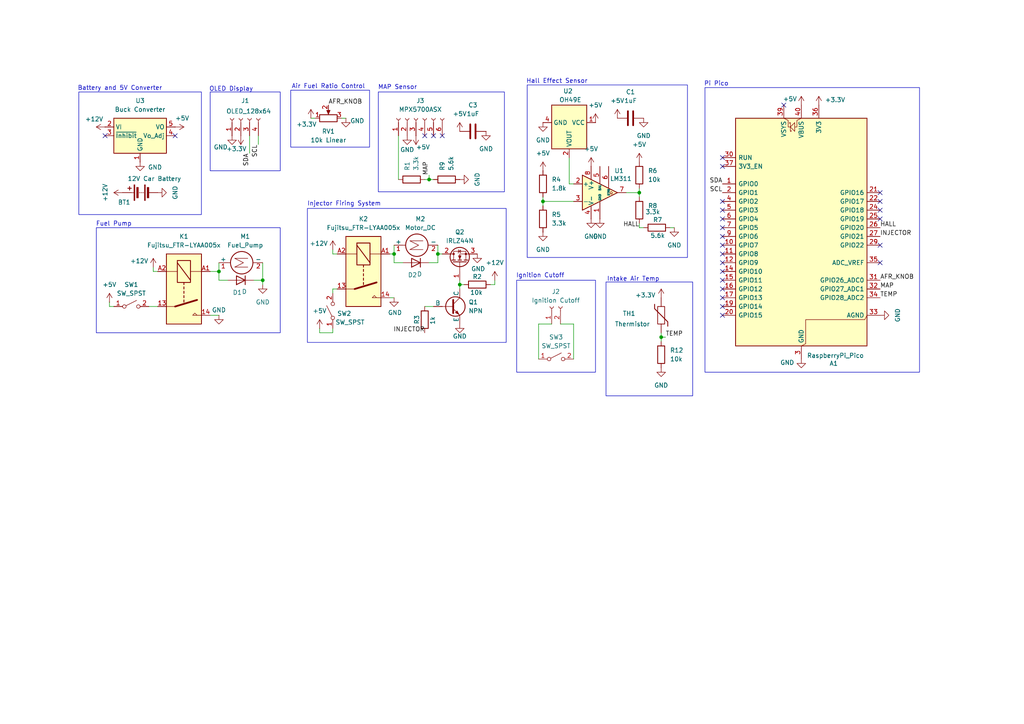
<source format=kicad_sch>
(kicad_sch (version 20250114) (generator "eeschema") (generator_version "9.0")
  (paper "A4")
  (title_block (title "PicoECU - Pi Pico Based ECU for Small Engines") (date "2025-08-26") (rev "2.4") (company "Brian Hill (@TrojanPinata)"))
  (lib_symbols
    (symbol "Comparator:LM311" (pin_names (offset 0.127))
      (property "Reference" "U" (at 3.81 6.35 0))
      (property "Value" "LM311" (at 3.81 3.81 0))
      (symbol "LM311_0_1"
        (polyline (pts (xy 3.683 -0.381) (xy 3.302 -0.381) (xy 3.683 0) (xy 3.302 0.381) (xy 2.921 0) (xy 3.302 -0.381) (xy 2.921 -0.381)) (stroke (width 0.127)))
        (polyline (pts (xy 5.08 0) (xy -5.08 5.08) (xy -5.08 -5.08) (xy 5.08 0)) (stroke (width 0.254)) (fill (type background)))
      )
      (symbol "LM311_1_1"
        (pin input line (at -7.62 2.54 0) (length 2.54) (name "+") (number "2"))
        (pin input line (at -7.62 -2.54 0) (length 2.54) (name "-") (number "3"))
        (pin power_in line (at -2.54 7.62 270) (length 3.81) (name "V+") (number "8"))
        (pin power_in line (at -2.54 -7.62 90) (length 3.81) (name "V-") (number "4"))
        (pin input line (at 0 7.62 270) (length 5.08) (name "BAL") (number "5"))
        (pin passive line (at 0 -7.62 90) (length 5.08) (name "GND") (number "1"))
        (pin input line (at 2.54 7.62 270) (length 6.35) (name "STRB") (number "6"))
        (pin open_collector line (at 7.62 0 180) (length 2.54) (name "~") (number "7"))
      )
    )
    (symbol "Connector:Conn_01x02_Socket" (pin_names (offset 1.016) (hide yes))
      (property "Reference" "J" (at 0 2.54 0))
      (property "Value" "Conn_01x02_Socket" (at 0 -5.08 0))
      (symbol "Conn_01x02_Socket_1_1"
        (polyline (pts (xy -1.27 0) (xy -0.508 0)) (stroke (width 0.1524)))
        (polyline (pts (xy -1.27 -2.54) (xy -0.508 -2.54)) (stroke (width 0.1524)))
        (arc (start 0 -0.508) (mid -0.5058 0) (end 0 0.508) (stroke (width 0.1524)))
        (arc (start 0 -3.048) (mid -0.5058 -2.54) (end 0 -2.032) (stroke (width 0.1524)))
        (pin passive line (at -5.08 0 0) (length 3.81) (name "Pin_1") (number "1"))
        (pin passive line (at -5.08 -2.54 0) (length 3.81) (name "Pin_2") (number "2"))
      )
    )
    (symbol "Connector:Conn_01x04_Socket" (pin_names (offset 1.016) (hide yes))
      (property "Reference" "J1" (at 5.08 -1.27 90))
      (property "Value" "OLED_128x64" (at 2.032 -2.286 90))
      (symbol "Conn_01x04_Socket_1_1"
        (polyline (pts (xy -1.27 2.54) (xy -0.508 2.54)) (stroke (width 0.1524)))
        (polyline (pts (xy -1.27 0) (xy -0.508 0)) (stroke (width 0.1524)))
        (polyline (pts (xy -1.27 -2.54) (xy -0.508 -2.54)) (stroke (width 0.1524)))
        (polyline (pts (xy -1.27 -5.08) (xy -0.508 -5.08)) (stroke (width 0.1524)))
        (arc (start 0 2.032) (mid -0.5058 2.54) (end 0 3.048) (stroke (width 0.1524)))
        (arc (start 0 -0.508) (mid -0.5058 0) (end 0 0.508) (stroke (width 0.1524)))
        (arc (start 0 -3.048) (mid -0.5058 -2.54) (end 0 -2.032) (stroke (width 0.1524)))
        (arc (start 0 -5.588) (mid -0.5058 -5.08) (end 0 -4.572) (stroke (width 0.1524)))
        (pin passive line (at -5.08 2.54 0) (length 3.81) (name "GND") (number "1"))
        (pin passive line (at -5.08 0 0) (length 3.81) (name "VCC") (number "2"))
        (pin passive line (at -5.08 -2.54 0) (length 3.81) (name "SCL") (number "3"))
        (pin passive line (at -5.08 -5.08 0) (length 3.81) (name "SDA") (number "4"))
      )
    )
    (symbol "Connector:Conn_01x06_Socket" (pin_names (offset 1.016) (hide yes))
      (property "Reference" "J" (at 0 7.62 0))
      (property "Value" "Conn_01x06_Socket" (at 0 -10.16 0))
      (symbol "Conn_01x06_Socket_1_1"
        (polyline (pts (xy -1.27 5.08) (xy -0.508 5.08)) (stroke (width 0.1524)))
        (polyline (pts (xy -1.27 2.54) (xy -0.508 2.54)) (stroke (width 0.1524)))
        (polyline (pts (xy -1.27 0) (xy -0.508 0)) (stroke (width 0.1524)))
        (polyline (pts (xy -1.27 -2.54) (xy -0.508 -2.54)) (stroke (width 0.1524)))
        (polyline (pts (xy -1.27 -5.08) (xy -0.508 -5.08)) (stroke (width 0.1524)))
        (polyline (pts (xy -1.27 -7.62) (xy -0.508 -7.62)) (stroke (width 0.1524)))
        (arc (start 0 4.572) (mid -0.5058 5.08) (end 0 5.588) (stroke (width 0.1524)))
        (arc (start 0 2.032) (mid -0.5058 2.54) (end 0 3.048) (stroke (width 0.1524)))
        (arc (start 0 -0.508) (mid -0.5058 0) (end 0 0.508) (stroke (width 0.1524)))
        (arc (start 0 -3.048) (mid -0.5058 -2.54) (end 0 -2.032) (stroke (width 0.1524)))
        (arc (start 0 -5.588) (mid -0.5058 -5.08) (end 0 -4.572) (stroke (width 0.1524)))
        (arc (start 0 -8.128) (mid -0.5058 -7.62) (end 0 -7.112) (stroke (width 0.1524)))
        (pin passive line (at -5.08 5.08 0) (length 3.81) (name "Pin_1") (number "1"))
        (pin passive line (at -5.08 2.54 0) (length 3.81) (name "Pin_2") (number "2"))
        (pin passive line (at -5.08 0 0) (length 3.81) (name "Pin_3") (number "3"))
        (pin passive line (at -5.08 -2.54 0) (length 3.81) (name "Pin_4") (number "4"))
        (pin passive line (at -5.08 -5.08 0) (length 3.81) (name "Pin_5") (number "5"))
        (pin passive line (at -5.08 -7.62 0) (length 3.81) (name "Pin_6") (number "6"))
      )
    )
    (symbol "Converter_DCDC:PTN78000H_EUS-5"
      (property "Reference" "U" (at -6.35 6.35 0))
      (property "Value" "PTN78000H_EUS-5" (at 3.81 6.35 0))
      (symbol "PTN78000H_EUS-5_0_1"
        (rectangle (start -7.62 5.08) (end 7.62 -5.08) (stroke (width 0.254)) (fill (type background)))
      )
      (symbol "PTN78000H_EUS-5_1_1"
        (pin power_in line (at -10.16 2.54 0) (length 2.54) (name "VI") (number "2"))
        (pin input line (at -10.16 0 0) (length 2.54) (name "~{Inhibit}") (number "3"))
        (pin power_in line (at 0 -7.62 90) (length 2.54) (name "GND") (number "1"))
        (pin power_out line (at 10.16 2.54 180) (length 2.54) (name "VO") (number "5"))
        (pin output line (at 10.16 0 180) (length 2.54) (name "Vo_Adj") (number "4"))
      )
    )
    (symbol "Device:Battery" (pin_numbers (hide yes)) (pin_names (offset 0) (hide yes))
      (property "Reference" "BT" (at 2.54 2.54 0))
      (property "Value" "Battery" (at 2.54 0 0))
      (symbol "Battery_0_1"
        (rectangle (start -2.286 1.778) (end 2.286 1.524) (fill (type outline)))
        (rectangle (start -2.286 -1.27) (end 2.286 -1.524) (fill (type outline)))
        (rectangle (start -1.524 1.016) (end 1.524 0.508) (fill (type outline)))
        (rectangle (start -1.524 -2.032) (end 1.524 -2.54) (fill (type outline)))
        (polyline (pts (xy 0 1.778) (xy 0 2.54)))
        (polyline (pts (xy 0 0) (xy 0 0.254)))
        (polyline (pts (xy 0 -0.508) (xy 0 -0.254)))
        (polyline (pts (xy 0 -1.016) (xy 0 -0.762)))
        (polyline (pts (xy 0.762 3.048) (xy 1.778 3.048)) (stroke (width 0.254)))
        (polyline (pts (xy 1.27 3.556) (xy 1.27 2.54)) (stroke (width 0.254)))
      )
      (symbol "Battery_1_1"
        (pin passive line (at 0 5.08 270) (length 2.54) (name "+") (number "1"))
        (pin passive line (at 0 -5.08 90) (length 2.54) (name "-") (number "2"))
      )
    )
    (symbol "Device:C" (pin_numbers (hide yes)) (pin_names (offset 0.254))
      (property "Reference" "C" (at 0.635 2.54 0))
      (property "Value" "C" (at 0.635 -2.54 0))
      (symbol "C_0_1"
        (polyline (pts (xy -2.032 0.762) (xy 2.032 0.762)) (stroke (width 0.508)))
        (polyline (pts (xy -2.032 -0.762) (xy 2.032 -0.762)) (stroke (width 0.508)))
      )
      (symbol "C_1_1"
        (pin passive line (at 0 3.81 270) (length 2.794) (name "~") (number "1"))
        (pin passive line (at 0 -3.81 90) (length 2.794) (name "~") (number "2"))
      )
    )
    (symbol "Device:D" (pin_numbers (hide yes)) (pin_names (offset 1.016) (hide yes))
      (property "Reference" "D" (at 0 2.54 0))
      (property "Value" "D" (at 0 -2.54 0))
      (symbol "D_0_1"
        (polyline (pts (xy -1.27 1.27) (xy -1.27 -1.27)) (stroke (width 0.254)))
        (polyline (pts (xy 1.27 1.27) (xy 1.27 -1.27) (xy -1.27 0) (xy 1.27 1.27)) (stroke (width 0.254)))
        (polyline (pts (xy 1.27 0) (xy -1.27 0)))
      )
      (symbol "D_1_1"
        (pin passive line (at -3.81 0 0) (length 2.54) (name "K") (number "1"))
        (pin passive line (at 3.81 0 180) (length 2.54) (name "A") (number "2"))
      )
    )
    (symbol "Device:R" (pin_numbers (hide yes)) (pin_names (offset 0))
      (property "Reference" "R" (at 2.032 0 90))
      (property "Value" "R" (at 0 0 90))
      (symbol "R_0_1"
        (rectangle (start -1.016 -2.54) (end 1.016 2.54) (stroke (width 0.254)))
      )
      (symbol "R_1_1"
        (pin passive line (at 0 3.81 270) (length 1.27) (name "~") (number "1"))
        (pin passive line (at 0 -3.81 90) (length 1.27) (name "~") (number "2"))
      )
    )
    (symbol "Device:R_Potentiometer" (pin_names (offset 1.016) (hide yes))
      (property "Reference" "RV" (at -4.445 0 90))
      (property "Value" "R_Potentiometer" (at -2.54 0 90))
      (symbol "R_Potentiometer_0_1"
        (rectangle (start 1.016 2.54) (end -1.016 -2.54) (stroke (width 0.254)))
        (polyline (pts (xy 1.143 0) (xy 2.286 0.508) (xy 2.286 -0.508) (xy 1.143 0)) (fill (type outline)))
        (polyline (pts (xy 2.54 0) (xy 1.524 0)))
      )
      (symbol "R_Potentiometer_1_1"
        (pin passive line (at 0 3.81 270) (length 1.27) (name "1") (number "1"))
        (pin passive line (at 0 -3.81 90) (length 1.27) (name "3") (number "3"))
        (pin passive line (at 3.81 0 180) (length 1.27) (name "2") (number "2"))
      )
    )
    (symbol "Device:Thermistor" (pin_numbers (hide yes)) (pin_names (offset 0))
      (property "Reference" "TH" (at 2.54 1.27 90))
      (property "Value" "Thermistor" (at -2.54 0 90))
      (symbol "Thermistor_0_1"
        (polyline (pts (xy -1.905 3.175) (xy -1.905 1.905) (xy 1.905 -1.905) (xy 1.905 -3.175) (xy 1.905 -3.175)) (stroke (width 0.254)))
        (rectangle (start -1.016 2.54) (end 1.016 -2.54) (stroke (width 0.2032)))
      )
      (symbol "Thermistor_1_1"
        (pin passive line (at 0 5.08 270) (length 2.54) (name "~") (number "1"))
        (pin passive line (at 0 -5.08 90) (length 2.54) (name "~") (number "2"))
      )
    )
    (symbol "MCU_Module:RaspberryPi_Pico" (pin_names (offset 0.762))
      (property "Reference" "A" (at -19.05 35.56 0))
      (property "Value" "RaspberryPi_Pico" (at 7.62 35.56 0))
      (symbol "RaspberryPi_Pico_0_1"
        (rectangle (start -19.05 34.29) (end 19.05 -31.75) (stroke (width 0.254)) (fill (type background)))
        (polyline (pts (xy -5.08 34.29) (xy -3.81 33.655) (xy -3.81 31.75) (xy -3.175 31.75)))
        (polyline (pts (xy -3.429 32.766) (xy -3.429 33.02) (xy -3.175 33.02) (xy -3.175 30.48) (xy -2.921 30.48) (xy -2.921 30.734)))
        (polyline (pts (xy -3.175 31.75) (xy -1.905 33.02) (xy -1.905 30.48) (xy -3.175 31.75)))
        (polyline (pts (xy 0 34.29) (xy -1.27 33.655) (xy -1.27 31.75) (xy -1.905 31.75)))
        (polyline (pts (xy 0 -31.75) (xy 1.27 -31.115) (xy 1.27 -24.13) (xy 18.415 -24.13) (xy 19.05 -22.86)))
      )
      (symbol "RaspberryPi_Pico_1_1"
        (pin passive line (at -22.86 22.86 0) (length 3.81) (name "RUN") (number "30"))
        (pin passive line (at -22.86 20.32 0) (length 3.81) (name "3V3_EN") (number "37"))
        (pin bidirectional line (at -22.86 15.24 0) (length 3.81) (name "GPIO0") (number "1"))
        (pin bidirectional line (at -22.86 12.7 0) (length 3.81) (name "GPIO1") (number "2"))
        (pin bidirectional line (at -22.86 10.16 0) (length 3.81) (name "GPIO2") (number "4"))
        (pin bidirectional line (at -22.86 7.62 0) (length 3.81) (name "GPIO3") (number "5"))
        (pin bidirectional line (at -22.86 5.08 0) (length 3.81) (name "GPIO4") (number "6"))
        (pin bidirectional line (at -22.86 2.54 0) (length 3.81) (name "GPIO5") (number "7"))
        (pin bidirectional line (at -22.86 0 0) (length 3.81) (name "GPIO6") (number "9"))
        (pin bidirectional line (at -22.86 -2.54 0) (length 3.81) (name "GPIO7") (number "10"))
        (pin bidirectional line (at -22.86 -5.08 0) (length 3.81) (name "GPIO8") (number "11"))
        (pin bidirectional line (at -22.86 -7.62 0) (length 3.81) (name "GPIO9") (number "12"))
        (pin bidirectional line (at -22.86 -10.16 0) (length 3.81) (name "GPIO10") (number "14"))
        (pin bidirectional line (at -22.86 -12.7 0) (length 3.81) (name "GPIO11") (number "15"))
        (pin bidirectional line (at -22.86 -15.24 0) (length 3.81) (name "GPIO12") (number "16"))
        (pin bidirectional line (at -22.86 -17.78 0) (length 3.81) (name "GPIO13") (number "17"))
        (pin bidirectional line (at -22.86 -20.32 0) (length 3.81) (name "GPIO14") (number "19"))
        (pin bidirectional line (at -22.86 -22.86 0) (length 3.81) (name "GPIO15") (number "20"))
        (pin power_in line (at -5.08 38.1 270) (length 3.81) (name "VSYS") (number "39"))
        (pin power_out line (at 0 38.1 270) (length 3.81) (name "VBUS") (number "40"))
        (pin passive line (at 0 -35.56 90) (length 3.81) (hide yes) (name "GND") (number "13"))
        (pin passive line (at 0 -35.56 90) (length 3.81) (hide yes) (name "GND") (number "18"))
        (pin passive line (at 0 -35.56 90) (length 3.81) (hide yes) (name "GND") (number "23"))
        (pin passive line (at 0 -35.56 90) (length 3.81) (hide yes) (name "GND") (number "28"))
        (pin power_out line (at 0 -35.56 90) (length 3.81) (name "GND") (number "3"))
        (pin passive line (at 0 -35.56 90) (length 3.81) (hide yes) (name "GND") (number "38"))
        (pin passive line (at 0 -35.56 90) (length 3.81) (hide yes) (name "GND") (number "8"))
        (pin power_out line (at 5.08 38.1 270) (length 3.81) (name "3V3") (number "36"))
        (pin bidirectional line (at 22.86 12.7 180) (length 3.81) (name "GPIO16") (number "21"))
        (pin bidirectional line (at 22.86 10.16 180) (length 3.81) (name "GPIO17") (number "22"))
        (pin bidirectional line (at 22.86 7.62 180) (length 3.81) (name "GPIO18") (number "24"))
        (pin bidirectional line (at 22.86 5.08 180) (length 3.81) (name "GPIO19") (number "25"))
        (pin bidirectional line (at 22.86 2.54 180) (length 3.81) (name "GPIO20") (number "26"))
        (pin bidirectional line (at 22.86 0 180) (length 3.81) (name "GPIO21") (number "27"))
        (pin bidirectional line (at 22.86 -2.54 180) (length 3.81) (name "GPIO22") (number "29"))
        (pin power_in line (at 22.86 -7.62 180) (length 3.81) (name "ADC_VREF") (number "35"))
        (pin bidirectional line (at 22.86 -12.7 180) (length 3.81) (name "GPIO26_ADC0") (number "31"))
        (pin bidirectional line (at 22.86 -15.24 180) (length 3.81) (name "GPIO27_ADC1") (number "32"))
        (pin bidirectional line (at 22.86 -17.78 180) (length 3.81) (name "GPIO28_ADC2") (number "34"))
        (pin power_out line (at 22.86 -22.86 180) (length 3.81) (name "AGND") (number "33"))
      )
    )
    (symbol "Motor:Motor_DC" (pin_names (offset 0))
      (property "Reference" "M" (at 2.54 2.54 0))
      (property "Value" "Motor_DC" (at 2.54 -5.08 0))
      (symbol "Motor_DC_0_0"
        (polyline (pts (xy -1.27 -3.302) (xy -1.27 0.508) (xy 0 -2.032) (xy 1.27 0.508) (xy 1.27 -3.302)))
      )
      (symbol "Motor_DC_0_1"
        (polyline (pts (xy 0 2.032) (xy 0 2.54)))
        (polyline (pts (xy 0 1.7272) (xy 0 2.0828)))
        (circle (center 0 -1.524) (radius 3.2512) (stroke (width 0.254)))
        (polyline (pts (xy 0 -4.7752) (xy 0 -5.1816)))
        (polyline (pts (xy 0 -7.62) (xy 0 -7.112)))
      )
      (symbol "Motor_DC_1_1"
        (pin passive line (at 0 5.08 270) (length 2.54) (name "+") (number "1"))
        (pin passive line (at 0 -7.62 90) (length 2.54) (name "-") (number "2"))
      )
    )
    (symbol "Relay:Fujitsu_FTR-LYAA005x"
      (property "Reference" "K" (at 11.43 3.81 0))
      (property "Value" "Fujitsu_FTR-LYAA005x" (at 11.43 1.27 0))
      (symbol "Fujitsu_FTR-LYAA005x_0_0"
        (polyline (pts (xy 7.62 5.08) (xy 7.62 2.54) (xy 6.985 3.175) (xy 7.62 3.81)))
      )
      (symbol "Fujitsu_FTR-LYAA005x_0_1"
        (rectangle (start -10.16 5.08) (end 10.16 -5.08) (stroke (width 0.254)) (fill (type background)))
        (rectangle (start -8.255 1.905) (end -1.905 -1.905) (stroke (width 0.254)))
        (polyline (pts (xy -7.62 -1.905) (xy -2.54 1.905)) (stroke (width 0.254)))
        (polyline (pts (xy -5.08 5.08) (xy -5.08 1.905)))
        (polyline (pts (xy -5.08 -5.08) (xy -5.08 -1.905)))
        (polyline (pts (xy -1.905 0) (xy -1.27 0)) (stroke (width 0.254)))
        (polyline (pts (xy -0.635 0) (xy 0 0)) (stroke (width 0.254)))
        (polyline (pts (xy 0.635 0) (xy 1.27 0)) (stroke (width 0.254)))
        (polyline (pts (xy 1.905 0) (xy 2.54 0)) (stroke (width 0.254)))
        (polyline (pts (xy 3.175 0) (xy 3.81 0)) (stroke (width 0.254)))
        (polyline (pts (xy 5.08 -2.54) (xy 3.175 3.81)) (stroke (width 0.508)))
        (polyline (pts (xy 5.08 -2.54) (xy 5.08 -5.08)))
      )
      (symbol "Fujitsu_FTR-LYAA005x_1_1"
        (pin passive line (at -5.08 7.62 270) (length 2.54) (name "~") (number "A1"))
        (pin passive line (at -5.08 -7.62 90) (length 2.54) (name "~") (number "A2"))
        (pin passive line (at 5.08 -7.62 90) (length 2.54) (name "~") (number "13"))
        (pin passive line (at 7.62 7.62 270) (length 2.54) (name "~") (number "14"))
      )
    )
    (symbol "Sensor_Current:A1363xKTTN-1"
      (property "Reference" "U" (at 8.89 6.35 0))
      (property "Value" "A1363xKTTN-1" (at 8.89 3.81 0))
      (symbol "A1363xKTTN-1_0_1"
        (rectangle (start -5.08 5.08) (end 7.62 -5.08) (stroke (width 0.254)) (fill (type background)))
      )
      (symbol "A1363xKTTN-1_1_1"
        (pin power_in line (at 0 7.62 270) (length 2.54) (name "VCC") (number "1"))
        (pin power_in line (at 0 -7.62 90) (length 2.54) (name "GND") (number "4"))
        (pin no_connect line (at 7.62 -2.54 180) (length 2.54) (hide yes) (name "NC") (number "3"))
        (pin output line (at 10.16 0 180) (length 2.54) (name "VOUT") (number "2"))
      )
    )
    (symbol "Simulation_SPICE:NPN" (pin_numbers (hide yes)) (pin_names (offset 0))
      (property "Reference" "Q" (at -2.54 7.62 0))
      (property "Value" "NPN" (at -2.54 5.08 0))
      (symbol "NPN_0_1"
        (polyline (pts (xy -2.54 0) (xy 0.635 0)) (stroke (width 0.1524)))
        (polyline (pts (xy 0.635 1.905) (xy 0.635 -1.905) (xy 0.635 -1.905)) (stroke (width 0.508)))
        (polyline (pts (xy 0.635 0.635) (xy 2.54 2.54)))
        (polyline (pts (xy 0.635 -0.635) (xy 2.54 -2.54) (xy 2.54 -2.54)))
        (circle (center 1.27 0) (radius 2.8194) (stroke (width 0.254)))
        (polyline (pts (xy 1.27 -1.778) (xy 1.778 -1.27) (xy 2.286 -2.286) (xy 1.27 -1.778) (xy 1.27 -1.778)) (fill (type outline)))
        (polyline (pts (xy 2.794 -1.27) (xy 2.794 -1.27)) (stroke (width 0.1524)))
        (polyline (pts (xy 2.794 -1.27) (xy 2.794 -1.27)) (stroke (width 0.1524)))
      )
      (symbol "NPN_1_1"
        (pin input line (at -5.08 0 0) (length 2.54) (name "B") (number "2"))
        (pin open_collector line (at 2.54 5.08 270) (length 2.54) (name "C") (number "1"))
        (pin open_emitter line (at 2.54 -5.08 90) (length 2.54) (name "E") (number "3"))
      )
    )
    (symbol "Switch:SW_SPST" (pin_names (offset 0) (hide yes))
      (property "Reference" "SW" (at 0 3.175 0))
      (property "Value" "SW_SPST" (at 0 -2.54 0))
      (symbol "SW_SPST_0_0"
        (circle (center -2.032 0) (radius 0.508))
        (polyline (pts (xy -1.524 0.254) (xy 1.524 1.778)))
        (circle (center 2.032 0) (radius 0.508))
      )
      (symbol "SW_SPST_1_1"
        (pin passive line (at -5.08 0 0) (length 2.54) (name "A") (number "1"))
        (pin passive line (at 5.08 0 180) (length 2.54) (name "B") (number "2"))
      )
    )
    (symbol "Transistor_FET:IRLZ44N" (pin_names (hide yes))
      (property "Reference" "Q" (at 5.08 1.905 0))
      (property "Value" "IRLZ44N" (at 5.08 0 0))
      (symbol "IRLZ44N_0_1"
        (polyline (pts (xy 0.254 1.905) (xy 0.254 -1.905)) (stroke (width 0.254)))
        (polyline (pts (xy 0.254 0) (xy -2.54 0)))
        (polyline (pts (xy 0.762 2.286) (xy 0.762 1.27)) (stroke (width 0.254)))
        (polyline (pts (xy 0.762 0.508) (xy 0.762 -0.508)) (stroke (width 0.254)))
        (polyline (pts (xy 0.762 -1.27) (xy 0.762 -2.286)) (stroke (width 0.254)))
        (polyline (pts (xy 0.762 -1.778) (xy 3.302 -1.778) (xy 3.302 1.778) (xy 0.762 1.778)))
        (polyline (pts (xy 1.016 0) (xy 2.032 0.381) (xy 2.032 -0.381) (xy 1.016 0)) (fill (type outline)))
        (circle (center 1.651 0) (radius 2.794) (stroke (width 0.254)))
        (polyline (pts (xy 2.54 2.54) (xy 2.54 1.778)))
        (circle (center 2.54 1.778) (radius 0.254) (fill (type outline)))
        (circle (center 2.54 -1.778) (radius 0.254) (fill (type outline)))
        (polyline (pts (xy 2.54 -2.54) (xy 2.54 0) (xy 0.762 0)))
        (polyline (pts (xy 2.794 0.508) (xy 2.921 0.381) (xy 3.683 0.381) (xy 3.81 0.254)))
        (polyline (pts (xy 3.302 0.381) (xy 2.921 -0.254) (xy 3.683 -0.254) (xy 3.302 0.381)))
      )
      (symbol "IRLZ44N_1_1"
        (pin input line (at -5.08 0 0) (length 2.54) (name "G") (number "1"))
        (pin passive line (at 2.54 5.08 270) (length 2.54) (name "D") (number "2"))
        (pin passive line (at 2.54 -5.08 90) (length 2.54) (name "S") (number "3"))
      )
    )
    (symbol "power:+12V" (power) (pin_numbers (hide yes)) (pin_names (offset 0) (hide yes))
      (property "Value" "+12V" (at 0 3.556 0))
      (symbol "+12V_0_1"
        (polyline (pts (xy -0.762 1.27) (xy 0 2.54)))
        (polyline (pts (xy 0 2.54) (xy 0.762 1.27)))
        (polyline (pts (xy 0 0) (xy 0 2.54)))
      )
      (symbol "+12V_1_1"
        (pin power_in line (at 0 0 90) (length 0) (name "~") (number "1"))
      )
    )
    (symbol "power:+3.3V" (power) (pin_numbers (hide yes)) (pin_names (offset 0) (hide yes))
      (property "Value" "+3.3V" (at 0 3.556 0))
      (symbol "+3.3V_0_1"
        (polyline (pts (xy -0.762 1.27) (xy 0 2.54)))
        (polyline (pts (xy 0 2.54) (xy 0.762 1.27)))
        (polyline (pts (xy 0 0) (xy 0 2.54)))
      )
      (symbol "+3.3V_1_1"
        (pin power_in line (at 0 0 90) (length 0) (name "~") (number "1"))
      )
    )
    (symbol "power:+5V" (power) (pin_numbers (hide yes)) (pin_names (offset 0) (hide yes))
      (property "Value" "+5V" (at 0 3.556 0))
      (symbol "+5V_0_1"
        (polyline (pts (xy -0.762 1.27) (xy 0 2.54)))
        (polyline (pts (xy 0 2.54) (xy 0.762 1.27)))
        (polyline (pts (xy 0 0) (xy 0 2.54)))
      )
      (symbol "+5V_1_1"
        (pin power_in line (at 0 0 90) (length 0) (name "~") (number "1"))
      )
    )
    (symbol "power:GND" (power) (pin_numbers (hide yes)) (pin_names (offset 0) (hide yes))
      (property "Value" "GND" (at 0 -3.81 0))
      (symbol "GND_0_1"
        (polyline (pts (xy 0 0) (xy 0 -1.27) (xy 1.27 -1.27) (xy 0 -2.54) (xy -1.27 -1.27) (xy 0 -1.27)))
      )
      (symbol "GND_1_1"
        (pin power_in line (at 0 0 270) (length 0) (name "~") (number "1"))
      )
    )
  )
  (rectangle (start 204.47 25.4) (end 266.7 107.95))
  (rectangle (start 22.86 26.67) (end 58.42 62.23))
  (rectangle (start 149.86 81.28) (end 172.72 107.95))
  (rectangle (start 84.328 26.162) (end 107.188 42.672))
  (rectangle (start 60.96 26.67) (end 81.28 49.53))
  (rectangle (start 175.768 81.788) (end 200.914 114.808))
  (rectangle (start 152.908 24.638) (end 199.39 74.676))
  (rectangle (start 27.94 66.04) (end 81.28 96.52))
  (rectangle (start 89.154 60.452) (end 146.812 99.314))
  (rectangle (start 109.728 26.67) (end 146.304 55.626))
  (text "Battery and 5V Converter" (at 34.798 25.654 0) (effects (font (size 1.27 1.27))))
  (text "Pi Pico" (at 207.772 24.384 0) (effects (font (size 1.27 1.27))))
  (text "Hall Effect Sensor" (at 161.544 23.622 0) (effects (font (size 1.27 1.27))))
  (text "MAP Sensor" (at 115.316 25.4 0) (effects (font (size 1.27 1.27))))
  (text "Fuel Pump" (at 33.02 65.024 0) (effects (font (size 1.27 1.27))))
  (text "Injector Firing System" (at 99.822 59.182 0) (effects (font (size 1.27 1.27))))
  (text "Air Fuel Ratio Control" (at 95.25 25.146 0) (effects (font (size 1.27 1.27))))
  (text "Ignition Cutoff" (at 156.718 80.01 0) (effects (font (size 1.27 1.27))))
  (text "OLED Display" (at 67.056 25.908 0) (effects (font (size 1.27 1.27))))
  (text "Intake Air Temp" (at 176.022 81.026 0) (effects (font (size 1.27 1.27)) (justify left)))
  (junction (at 133.35 82.55))
  (junction (at 124.46 52.07))
  (junction (at 114.3 73.66))
  (junction (at 185.42 55.88))
  (junction (at 157.48 58.42))
  (junction (at 191.77 97.79))
  (junction (at 76.2 81.28))
  (junction (at 127 73.66))
  (junction (at 63.5 78.74))
  (no_connect (at 50.8 39.37))
  (no_connect (at 209.55 63.5))
  (no_connect (at 209.55 48.26))
  (no_connect (at 125.73 39.37))
  (no_connect (at 255.27 76.2))
  (no_connect (at 255.27 58.42))
  (no_connect (at 209.55 68.58))
  (no_connect (at 227.33 30.48))
  (no_connect (at 209.55 88.9))
  (no_connect (at 255.27 60.96))
  (no_connect (at 209.55 78.74))
  (no_connect (at 209.55 45.72))
  (no_connect (at 209.55 81.28))
  (no_connect (at 255.27 71.12))
  (no_connect (at 209.55 71.12))
  (no_connect (at 123.19 39.37))
  (no_connect (at 209.55 83.82))
  (no_connect (at 255.27 63.5))
  (no_connect (at 209.55 86.36))
  (no_connect (at 209.55 66.04))
  (no_connect (at 209.55 60.96))
  (no_connect (at 30.48 39.37))
  (no_connect (at 209.55 91.44))
  (no_connect (at 128.27 39.37))
  (no_connect (at 255.27 55.88))
  (no_connect (at 209.55 73.66))
  (no_connect (at 209.55 76.2))
  (no_connect (at 209.55 58.42))
  (wire (pts (xy 191.77 97.79) (xy 191.77 99.06)))
  (wire (pts (xy 114.3 76.2) (xy 114.3 73.66)))
  (wire (pts (xy 92.71 95.25) (xy 92.71 96.52)))
  (wire (pts (xy 76.2 76.2) (xy 76.2 81.28)))
  (wire (pts (xy 133.35 82.55) (xy 134.62 82.55)))
  (wire (pts (xy 143.51 82.55) (xy 143.51 81.28)))
  (wire (pts (xy 185.42 66.04) (xy 186.69 66.04)))
  (wire (pts (xy 191.77 96.52) (xy 191.77 97.79)))
  (wire (pts (xy 128.27 73.66) (xy 127 73.66)))
  (wire (pts (xy 73.66 81.28) (xy 76.2 81.28)))
  (wire (pts (xy 96.52 85.09) (xy 96.52 83.82)))
  (wire (pts (xy 133.35 82.55) (xy 133.35 83.82)))
  (wire (pts (xy 96.52 96.52) (xy 96.52 95.25)))
  (wire (pts (xy 165.1 45.72) (xy 165.1 53.34)))
  (wire (pts (xy 166.37 104.14) (xy 166.37 93.98)))
  (wire (pts (xy 157.48 57.15) (xy 157.48 58.42)))
  (wire (pts (xy 96.52 73.66) (xy 97.79 73.66)))
  (wire (pts (xy 96.52 83.82) (xy 97.79 83.82)))
  (wire (pts (xy 72.39 44.45) (xy 72.39 39.37)))
  (wire (pts (xy 74.93 41.91) (xy 74.93 39.37)))
  (wire (pts (xy 44.45 78.74) (xy 45.72 78.74)))
  (wire (pts (xy 31.75 87.63) (xy 31.75 88.9)))
  (wire (pts (xy 191.77 97.79) (xy 193.04 97.79)))
  (wire (pts (xy 194.31 66.04) (xy 195.58 66.04)))
  (wire (pts (xy 63.5 78.74) (xy 63.5 81.28)))
  (wire (pts (xy 124.46 52.07) (xy 125.73 52.07)))
  (wire (pts (xy 60.96 78.74) (xy 63.5 78.74)))
  (wire (pts (xy 44.45 77.47) (xy 44.45 78.74)))
  (wire (pts (xy 156.21 104.14) (xy 156.21 93.98)))
  (wire (pts (xy 99.06 34.29) (xy 100.33 34.29)))
  (wire (pts (xy 123.19 52.07) (xy 124.46 52.07)))
  (wire (pts (xy 157.48 58.42) (xy 157.48 59.69)))
  (wire (pts (xy 127 71.12) (xy 127 73.66)))
  (wire (pts (xy 96.52 72.39) (xy 96.52 73.66)))
  (wire (pts (xy 90.17 34.29) (xy 91.44 34.29)))
  (wire (pts (xy 124.46 52.07) (xy 124.46 50.8)))
  (wire (pts (xy 43.18 88.9) (xy 45.72 88.9)))
  (wire (pts (xy 63.5 78.74) (xy 63.5 76.2)))
  (wire (pts (xy 127 73.66) (xy 127 76.2)))
  (wire (pts (xy 156.21 93.98) (xy 160.02 93.98)))
  (wire (pts (xy 66.04 81.28) (xy 63.5 81.28)))
  (wire (pts (xy 31.75 88.9) (xy 33.02 88.9)))
  (wire (pts (xy 123.19 88.9) (xy 125.73 88.9)))
  (wire (pts (xy 133.35 81.28) (xy 133.35 82.55)))
  (wire (pts (xy 185.42 64.77) (xy 185.42 66.04)))
  (wire (pts (xy 181.61 55.88) (xy 185.42 55.88)))
  (wire (pts (xy 60.96 91.44) (xy 63.5 91.44)))
  (wire (pts (xy 142.24 82.55) (xy 143.51 82.55)))
  (wire (pts (xy 113.03 73.66) (xy 114.3 73.66)))
  (wire (pts (xy 127 76.2) (xy 124.46 76.2)))
  (wire (pts (xy 115.57 39.37) (xy 115.57 52.07)))
  (wire (pts (xy 165.1 53.34) (xy 166.37 53.34)))
  (wire (pts (xy 92.71 96.52) (xy 96.52 96.52)))
  (wire (pts (xy 116.84 76.2) (xy 114.3 76.2)))
  (wire (pts (xy 185.42 55.88) (xy 185.42 54.61)))
  (wire (pts (xy 157.48 58.42) (xy 166.37 58.42)))
  (wire (pts (xy 76.2 82.55) (xy 76.2 81.28)))
  (wire (pts (xy 185.42 55.88) (xy 185.42 57.15)))
  (wire (pts (xy 162.56 93.98) (xy 166.37 93.98)))
  (wire (pts (xy 114.3 73.66) (xy 114.3 71.12)))
  (wire (pts (xy 114.3 86.36) (xy 113.03 86.36)))
  (label "AFR_KNOB" (at 95.25 30.48 0))
  (label "TEMP" (at 193.04 97.79 0))
  (label "MAP" (at 124.46 50.8 90))
  (label "TEMP" (at 255.27 86.36 0))
  (label "INJECTOR" (at 255.27 68.58 0))
  (label "AFR_KNOB" (at 255.27 81.28 0))
  (label "SDA" (at 72.39 44.45 270))
  (label "SDA" (at 209.55 53.34 180))
  (label "HALL" (at 185.42 66.04 180))
  (label "HALL" (at 255.27 66.04 0))
  (label "MAP" (at 255.27 83.82 0))
  (label "INJECTOR" (at 123.19 96.52 180))
  (label "SCL" (at 209.55 55.88 180))
  (label "SCL" (at 74.93 41.91 270))
  (symbol (lib_id "power:+5V") (at 179.07 34.29 0) (unit 1)
    (property "Reference" "#PWR031" (effects (hide yes)))
    (property "Value" "+5V" (at 179.07 29.21 0))
    (property "Description" "Power symbol creates a global label with name \"+5V\"" (effects (hide yes)))
  )
  (symbol (lib_id "power:GND") (at 40.64 46.99 0) (unit 1)
    (property "Reference" "#PWR07" (effects (hide yes)))
    (property "Value" "GND" (at 44.958 48.514 0))
    (property "Description" "Power symbol creates a global label with name \"GND\" , ground" (effects (hide yes)))
  )
  (symbol (lib_id "Device:R") (at 191.77 102.87 180) (unit 1)
    (property "Reference" "R12" (at 194.31 101.5999 0) (effects (justify right)))
    (property "Value" "10k" (at 194.31 104.1399 0) (effects (justify right)))
    (property "Description" "Resistor" (effects (hide yes)))
  )
  (symbol (lib_id "Device:R") (at 157.48 63.5 0) (unit 1)
    (property "Reference" "R5" (at 160.02 62.2299 0) (effects (justify left)))
    (property "Value" "3.3k" (at 160.02 64.7699 0) (effects (justify left)))
    (property "Description" "Resistor" (effects (hide yes)))
  )
  (symbol (lib_id "Switch:SW_SPST") (at 161.29 104.14 0) (unit 1)
    (property "Reference" "SW3" (at 161.29 97.79 0))
    (property "Value" "SW_SPST" (at 161.29 100.33 0))
    (property "Description" "Single Pole Single Throw (SPST) switch" (effects (hide yes)))
  )
  (symbol (lib_id "power:+5V") (at 171.45 48.26 0) (unit 1)
    (property "Reference" "#PWR027" (effects (hide yes)))
    (property "Value" "+5V" (at 171.45 43.18 0))
    (property "Description" "Power symbol creates a global label with name \"+5V\"" (effects (hide yes)))
  )
  (symbol (lib_id "power:GND") (at 67.31 39.37 0) (unit 1)
    (property "Reference" "#PWR014" (effects (hide yes)))
    (property "Value" "GND" (at 64.008 42.672 0))
    (property "Description" "Power symbol creates a global label with name \"GND\" , ground" (effects (hide yes)))
  )
  (symbol (lib_id "Device:R") (at 119.38 52.07 270) (unit 1)
    (property "Reference" "R1" (at 118.1099 49.53 0) (effects (justify right)))
    (property "Value" "3.3k" (at 120.6499 49.53 0) (effects (justify right)))
    (property "Description" "Resistor" (effects (hide yes)))
  )
  (symbol (lib_id "power:GND") (at 157.48 67.31 0) (unit 1)
    (property "Reference" "#PWR025" (effects (hide yes)))
    (property "Value" "GND" (at 157.48 72.39 0))
    (property "Description" "Power symbol creates a global label with name \"GND\" , ground" (effects (hide yes)))
  )
  (symbol (lib_id "Device:R") (at 185.42 60.96 180) (unit 1)
    (property "Reference" "R8" (at 187.96 59.6899 0) (effects (justify right)))
    (property "Value" "3.3k" (at 187.198 61.468 0) (effects (justify right)))
    (property "Description" "Resistor" (effects (hide yes)))
  )
  (symbol (lib_id "power:GND") (at 173.99 63.5 0) (unit 1)
    (property "Reference" "#PWR029" (effects (hide yes)))
    (property "Value" "GND" (at 173.99 68.58 0))
    (property "Description" "Power symbol creates a global label with name \"GND\" , ground" (effects (hide yes)))
  )
  (symbol (lib_id "power:GND") (at 76.2 82.55 0) (unit 1)
    (property "Reference" "#PWR03" (effects (hide yes)))
    (property "Value" "GND" (at 76.2 87.63 0))
    (property "Description" "Power symbol creates a global label with name \"GND\" , ground" (effects (hide yes)))
  )
  (symbol (lib_id "power:+12V") (at 44.45 77.47 0) (unit 1)
    (property "Reference" "#PWR02" (effects (hide yes)))
    (property "Value" "+12V" (at 40.386 75.692 0))
    (property "Description" "Power symbol creates a global label with name \"+12V\"" (effects (hide yes)))
  )
  (symbol (lib_id "power:GND") (at 157.48 35.56 0) (unit 1)
    (property "Reference" "#PWR017" (effects (hide yes)))
    (property "Value" "GND" (at 157.48 40.64 0))
    (property "Description" "Power symbol creates a global label with name \"GND\" , ground" (effects (hide yes)))
  )
  (symbol (lib_id "Sensor_Current:A1363xKTTN-1") (at 165.1 35.56 270) (unit 1)
    (property "Reference" "U2" (at 166.116 26.416 90) (effects (justify right)))
    (property "Value" "OH49E" (at 168.656 28.956 90) (effects (justify right)))
    (property "Footprint" "Sensor_Current:Allegro_SIP-4" (effects (hide yes)))
    (property "Datasheet" "http://www.allegromicro.com/~/media/Files/Datasheets/A1363-Datasheet.ashx?la=en" (effects (hide yes)))
    (property "Description" "Programmable Linear Hall Effect Sensor, +0.6 to +1.3mV/G, SIP-4" (effects (hide yes)))
  )
  (symbol (lib_id "power:+12V") (at 96.52 72.39 0) (unit 1)
    (property "Reference" "#PWR018" (effects (hide yes)))
    (property "Value" "+12V" (at 92.456 70.612 0))
    (property "Description" "Power symbol creates a global label with name \"+12V\"" (effects (hide yes)))
  )
  (symbol (lib_id "Device:R") (at 190.5 66.04 270) (unit 1)
    (property "Reference" "R7" (at 190.754 63.754 90))
    (property "Value" "5.6k" (at 190.754 68.326 90))
    (property "Description" "Resistor" (effects (hide yes)))
  )
  (symbol (lib_id "Device:Battery") (at 40.64 55.88 90) (unit 1)
    (property "Reference" "BT1" (at 37.846 58.674 90) (effects (justify left)))
    (property "Value" "12V Car Battery" (at 52.578 51.816 90) (effects (justify left)))
    (property "Description" "Multiple-cell battery" (effects (hide yes)))
  )
  (symbol (lib_id "Device:R") (at 138.43 82.55 90) (unit 1)
    (property "Reference" "R2" (at 138.43 80.264 90))
    (property "Value" "10k" (at 138.176 84.836 90))
    (property "Description" "Resistor" (effects (hide yes)))
  )
  (symbol (lib_id "power:GND") (at 255.27 91.44 90) (unit 1)
    (property "Reference" "#PWR012" (effects (hide yes)))
    (property "Value" "GND" (at 260.35 91.44 0))
    (property "Description" "Power symbol creates a global label with name \"GND\" , ground" (effects (hide yes)))
  )
  (symbol (lib_id "power:+12V") (at 30.48 36.83 90) (unit 1)
    (property "Reference" "#PWR05" (effects (hide yes)))
    (property "Value" "+12V" (at 29.972 34.544 90) (effects (justify left)))
    (property "Description" "Power symbol creates a global label with name \"+12V\"" (effects (hide yes)))
  )
  (symbol (lib_id "power:+5V") (at 31.75 87.63 0) (unit 1)
    (property "Reference" "#PWR01" (effects (hide yes)))
    (property "Value" "+5V" (at 31.75 82.55 0))
    (property "Description" "Power symbol creates a global label with name \"+5V\"" (effects (hide yes)))
  )
  (symbol (lib_id "power:+3.3V") (at 90.17 34.29 0) (unit 1)
    (property "Reference" "#PWR037" (effects (hide yes)))
    (property "Value" "+3.3V" (at 88.9 36.068 0))
    (property "Description" "Power symbol creates a global label with name \"+3.3V\"" (effects (hide yes)))
  )
  (symbol (lib_id "power:GND") (at 118.11 39.37 0) (unit 1)
    (property "Reference" "#PWR034" (effects (hide yes)))
    (property "Value" "GND" (at 118.11 43.434 0))
    (property "Description" "Power symbol creates a global label with name \"GND\" , ground" (effects (hide yes)))
  )
  (symbol (lib_id "Device:Thermistor") (at 191.77 91.44 180) (unit 1)
    (property "Reference" "TH1" (at 180.594 90.932 0) (effects (justify right)))
    (property "Value" "Thermistor" (at 178.308 93.98 0) (effects (justify right)))
    (property "Description" "Temperature dependent resistor" (effects (hide yes)))
  )
  (symbol (lib_id "Device:D") (at 69.85 81.28 180) (unit 1)
    (property "Reference" "D1" (at 68.834 84.836 0))
    (property "Value" "D" (at 70.866 84.582 0))
    (property "Description" "Diode" (effects (hide yes)))
    (property "Sim.Device" "D" (effects (hide yes)))
    (property "Sim.Pins" "1=K 2=A" (effects (hide yes)))
  )
  (symbol (lib_id "Connector:Conn_01x02_Socket") (at 160.02 88.9 90) (unit 1)
    (property "Reference" "J2" (at 160.02 84.582 90) (effects (justify right)))
    (property "Value" "Ignition Cutoff" (at 154.178 87.122 90) (effects (justify right)))
    (property "Description" "Generic connector, single row, 01x02, script generated" (effects (hide yes)))
  )
  (symbol (lib_id "Comparator:LM311") (at 173.99 55.88 0) (unit 1)
    (property "Reference" "U1" (at 179.578 49.53 0))
    (property "Value" "LM311" (at 180.086 51.816 0))
    (property "Datasheet" "https://www.st.com/resource/en/datasheet/lm311.pdf" (effects (hide yes)))
    (property "Description" "Voltage Comparator, DIP-8/SOIC-8" (effects (hide yes)))
  )
  (symbol (lib_id "power:GND") (at 140.97 38.1 0) (unit 1)
    (property "Reference" "#PWR036" (effects (hide yes)))
    (property "Value" "GND" (at 140.97 43.18 0))
    (property "Description" "Power symbol creates a global label with name \"GND\" , ground" (effects (hide yes)))
  )
  (symbol (lib_id "power:GND") (at 133.35 93.98 0) (unit 1)
    (property "Reference" "#PWR020" (effects (hide yes)))
    (property "Value" "GND" (at 133.35 97.536 0))
    (property "Description" "Power symbol creates a global label with name \"GND\" , ground" (effects (hide yes)))
  )
  (symbol (lib_id "power:+3.3V") (at 237.49 30.48 0) (unit 1)
    (property "Reference" "#PWR011" (effects (hide yes)))
    (property "Value" "+3.3V" (at 239.268 28.956 0) (effects (justify left)))
    (property "Description" "Power symbol creates a global label with name \"+3.3V\"" (effects (hide yes)))
  )
  (symbol (lib_id "MCU_Module:RaspberryPi_Pico") (at 232.41 68.58 0) (unit 1)
    (property "Reference" "A1" (at 241.808 105.41 0))
    (property "Value" "RaspberryPi_Pico" (at 242.316 103.124 0))
    (property "Footprint" "Module:RaspberryPi_Pico_Common_Unspecified" (effects (hide yes)))
    (property "Datasheet" "https://datasheets.raspberrypi.com/pico/pico-datasheet.pdf" (effects (hide yes)))
    (property "Description" "Versatile and inexpensive microcontroller module powered by RP2040 dual-core Arm Cortex-M0+ processor up to 133 MHz, 264kB SRAM, 2MB QSPI flash; also supports Raspberry Pi Pico 2" (effects (hide yes)))
  )
  (symbol (lib_id "Connector:Conn_01x04_Socket") (at 69.85 34.29 90) (unit 1)
    (property "Reference" "J1" (at 71.12 29.21 90))
    (property "Value" "OLED_128x64" (at 72.136 32.258 90))
    (property "Description" "Generic connector, single row, 01x04, script generated" (effects (hide yes)))
  )
  (symbol (lib_id "power:+12V") (at 35.56 55.88 90) (unit 1)
    (property "Reference" "#PWR08" (effects (hide yes)))
    (property "Value" "+12V" (at 30.48 55.88 0))
    (property "Description" "Power symbol creates a global label with name \"+12V\"" (effects (hide yes)))
  )
  (symbol (lib_id "power:+5V") (at 120.65 39.37 180) (unit 1)
    (property "Reference" "#PWR033" (effects (hide yes)))
    (property "Value" "+5V" (at 122.682 42.672 0))
    (property "Description" "Power symbol creates a global label with name \"+5V\"" (effects (hide yes)))
  )
  (symbol (lib_id "power:+3.3V") (at 69.85 39.37 180) (unit 1)
    (property "Reference" "#PWR015" (effects (hide yes)))
    (property "Value" "+3.3V" (at 68.58 43.18 0))
    (property "Description" "Power symbol creates a global label with name \"+3.3V\"" (effects (hide yes)))
  )
  (symbol (lib_id "Device:D") (at 120.65 76.2 180) (unit 1)
    (property "Reference" "D2" (at 119.634 79.756 0))
    (property "Value" "D" (at 121.666 79.502 0))
    (property "Description" "Diode" (effects (hide yes)))
    (property "Sim.Device" "D" (effects (hide yes)))
    (property "Sim.Pins" "1=K 2=A" (effects (hide yes)))
  )
  (symbol (lib_id "power:+5V") (at 232.41 30.48 0) (unit 1)
    (property "Reference" "#PWR010" (effects (hide yes)))
    (property "Value" "+5V" (at 227.076 28.702 0) (effects (justify left)))
    (property "Description" "Power symbol creates a global label with name \"+5V\"" (effects (hide yes)))
  )
  (symbol (lib_id "Transistor_FET:IRLZ44N") (at 133.35 76.2 90) (unit 1)
    (property "Reference" "Q2" (at 133.35 67.31 90))
    (property "Value" "IRLZ44N" (at 133.35 69.85 90))
    (property "Footprint" "Package_TO_SOT_THT:TO-220-3_Vertical" (effects (hide yes)))
    (property "Datasheet" "http://www.irf.com/product-info/datasheets/data/irlz44n.pdf" (effects (hide yes)))
    (property "Description" "47A Id, 55V Vds, 22mOhm Rds Single N-Channel HEXFET Power MOSFET, TO-220AB" (effects (hide yes)))
  )
  (symbol (lib_id "Device:R") (at 123.19 92.71 180) (unit 1)
    (property "Reference" "R3" (at 120.904 92.71 90))
    (property "Value" "1k" (at 125.476 92.964 90))
    (property "Description" "Resistor" (effects (hide yes)))
  )
  (symbol (lib_id "power:GND") (at 138.43 73.66 0) (unit 1)
    (property "Reference" "#PWR021" (effects (hide yes)))
    (property "Value" "GND" (at 138.684 77.978 0))
    (property "Description" "Power symbol creates a global label with name \"GND\" , ground" (effects (hide yes)))
  )
  (symbol (lib_id "Simulation_SPICE:NPN") (at 130.81 88.9 0) (unit 1)
    (property "Reference" "Q1" (at 135.89 87.6299 0) (effects (justify left)))
    (property "Value" "NPN" (at 135.89 90.1699 0) (effects (justify left)))
    (property "Datasheet" "https://ngspice.sourceforge.io/docs/ngspice-html-manual/manual.xhtml#cha_BJTs" (effects (hide yes)))
    (property "Description" "Bipolar transistor symbol for simulation only, substrate tied to the emitter" (effects (hide yes)))
    (property "Sim.Device" "NPN" (effects (hide yes)))
    (property "Sim.Type" "GUMMELPOON" (effects (hide yes)))
    (property "Sim.Pins" "1=C 2=B 3=E" (effects (hide yes)))
  )
  (symbol (lib_id "power:+12V") (at 143.51 81.28 0) (unit 1)
    (property "Reference" "#PWR019" (effects (hide yes)))
    (property "Value" "+12V" (at 143.51 76.2 0))
    (property "Description" "Power symbol creates a global label with name \"+12V\"" (effects (hide yes)))
  )
  (symbol (lib_id "Switch:SW_SPST") (at 96.52 90.17 90) (unit 1)
    (property "Reference" "SW2" (at 97.79 90.932 90) (effects (justify right)))
    (property "Value" "SW_SPST" (at 97.282 93.472 90) (effects (justify right)))
    (property "Description" "Single Pole Single Throw (SPST) switch" (effects (hide yes)))
  )
  (symbol (lib_id "power:GND") (at 171.45 63.5 0) (unit 1)
    (property "Reference" "#PWR028" (effects (hide yes)))
    (property "Value" "GND" (at 171.45 68.58 0))
    (property "Description" "Power symbol creates a global label with name \"GND\" , ground" (effects (hide yes)))
  )
  (symbol (lib_id "Connector:Conn_01x06_Socket") (at 120.65 34.29 90) (unit 1)
    (property "Reference" "J3" (at 121.92 29.21 90))
    (property "Value" "MPX5700ASX" (at 121.92 31.75 90))
    (property "Description" "Generic connector, single row, 01x06, script generated" (effects (hide yes)))
  )
  (symbol (lib_id "power:+3.3V") (at 191.77 86.36 0) (unit 1)
    (property "Reference" "#PWR041" (effects (hide yes)))
    (property "Value" "+3.3V" (at 187.198 85.598 0))
    (property "Description" "Power symbol creates a global label with name \"+3.3V\"" (effects (hide yes)))
  )
  (symbol (lib_id "power:+5V") (at 172.72 35.56 0) (unit 1)
    (property "Reference" "#PWR016" (effects (hide yes)))
    (property "Value" "+5V" (at 172.72 30.48 0))
    (property "Description" "Power symbol creates a global label with name \"+5V\"" (effects (hide yes)))
  )
  (symbol (lib_id "Relay:Fujitsu_FTR-LYAA005x") (at 105.41 78.74 270) (unit 1)
    (property "Reference" "K2" (at 105.41 63.5 90))
    (property "Value" "Fujitsu_FTR-LYAA005x" (at 105.41 66.04 90))
    (property "Footprint" "Relay_THT:Relay_SPST-NO_Fujitsu_FTR-LYAA005x_FormA_Vertical" (effects (hide yes)))
    (property "Datasheet" "https://www.fujitsu.com/sg/imagesgig5/ftr-ly.pdf" (effects (hide yes)))
    (property "Description" "Relay, SPST Form A, vertical mount, 5-60V coil, 6A, 250VAC, 28 x 5 x 15mm" (effects (hide yes)))
  )
  (symbol (lib_id "power:GND") (at 191.77 106.68 0) (unit 1)
    (property "Reference" "#PWR040" (effects (hide yes)))
    (property "Value" "GND" (at 191.77 111.76 0))
    (property "Description" "Power symbol creates a global label with name \"GND\" , ground" (effects (hide yes)))
  )
  (symbol (lib_id "Device:R_Potentiometer") (at 95.25 34.29 90) (unit 1)
    (property "Reference" "RV1" (at 95.25 38.1 90))
    (property "Value" "10k Linear" (at 95.25 40.64 90))
    (property "Description" "Potentiometer" (effects (hide yes)))
  )
  (symbol (lib_id "Device:C") (at 182.88 34.29 90) (unit 1)
    (property "Reference" "C1" (at 182.88 26.67 90))
    (property "Value" "1uF" (at 182.88 29.21 90))
    (property "Description" "Unpolarized capacitor" (effects (hide yes)))
  )
  (symbol (lib_id "Motor:Motor_DC") (at 68.58 76.2 90) (unit 1)
    (property "Reference" "M1" (at 71.12 68.58 90))
    (property "Value" "Fuel_Pump" (at 71.12 71.12 90))
    (property "Description" "DC Motor" (effects (hide yes)))
  )
  (symbol (lib_id "Device:R") (at 129.54 52.07 90) (unit 1)
    (property "Reference" "R9" (at 128.2699 49.53 0) (effects (justify left)))
    (property "Value" "5.6k" (at 130.8099 49.53 0) (effects (justify left)))
    (property "Description" "Resistor" (effects (hide yes)))
  )
  (symbol (lib_id "Device:R") (at 185.42 50.8 180) (unit 1)
    (property "Reference" "R6" (at 187.96 49.5299 0) (effects (justify right)))
    (property "Value" "10k" (at 187.96 52.0699 0) (effects (justify right)))
    (property "Description" "Resistor" (effects (hide yes)))
  )
  (symbol (lib_id "power:GND") (at 195.58 66.04 0) (unit 1)
    (property "Reference" "#PWR030" (effects (hide yes)))
    (property "Value" "GND" (at 195.58 71.12 0))
    (property "Description" "Power symbol creates a global label with name \"GND\" , ground" (effects (hide yes)))
  )
  (symbol (lib_id "power:+3.3V") (at 185.42 46.99 0) (unit 1)
    (property "Reference" "#PWR026" (effects (hide yes)))
    (property "Value" "+5V" (at 185.42 41.91 0))
    (property "Description" "Power symbol creates a global label with name \"+3.3V\"" (effects (hide yes)))
  )
  (symbol (lib_id "Converter_DCDC:PTN78000H_EUS-5") (at 40.64 39.37 0) (unit 1)
    (property "Reference" "U3" (at 40.64 29.21 0))
    (property "Value" "Buck Converter" (at 40.64 31.75 0))
    (property "Footprint" "Module:Texas_EUS_R-PDSS-T5_THT" (effects (hide yes)))
    (property "Datasheet" "https://www.ti.com/lit/ds/symlink/ptn78000w.pdf" (effects (hide yes)))
  )
  (symbol (lib_id "power:+5V") (at 92.71 95.25 0) (unit 1)
    (property "Reference" "#PWR023" (effects (hide yes)))
    (property "Value" "+5V" (at 92.71 90.17 0))
    (property "Description" "Power symbol creates a global label with name \"+5V\"" (effects (hide yes)))
  )
  (symbol (lib_id "Device:C") (at 137.16 38.1 90) (unit 1)
    (property "Reference" "C3" (at 137.16 30.48 90))
    (property "Value" "1uF" (at 137.16 33.02 90))
    (property "Description" "Unpolarized capacitor" (effects (hide yes)))
  )
  (symbol (lib_id "power:+5V") (at 50.8 36.83 270) (unit 1)
    (property "Reference" "#PWR06" (effects (hide yes)))
    (property "Value" "+5V" (at 50.8 34.29 90) (effects (justify left)))
    (property "Description" "Power symbol creates a global label with name \"+5V\"" (effects (hide yes)))
  )
  (symbol (lib_id "power:GND") (at 114.3 86.36 0) (unit 1)
    (property "Reference" "#PWR022" (effects (hide yes)))
    (property "Value" "GND" (at 114.554 90.678 0))
    (property "Description" "Power symbol creates a global label with name \"GND\" , ground" (effects (hide yes)))
  )
  (symbol (lib_id "Device:R") (at 157.48 53.34 0) (unit 1)
    (property "Reference" "R4" (at 160.02 52.0699 0) (effects (justify left)))
    (property "Value" "1.8k" (at 160.02 54.6099 0) (effects (justify left)))
    (property "Description" "Resistor" (effects (hide yes)))
  )
  (symbol (lib_id "Relay:Fujitsu_FTR-LYAA005x") (at 53.34 83.82 270) (unit 1)
    (property "Reference" "K1" (at 53.34 68.58 90))
    (property "Value" "Fujitsu_FTR-LYAA005x" (at 53.34 71.12 90))
    (property "Footprint" "Relay_THT:Relay_SPST-NO_Fujitsu_FTR-LYAA005x_FormA_Vertical" (effects (hide yes)))
    (property "Datasheet" "https://www.fujitsu.com/sg/imagesgig5/ftr-ly.pdf" (effects (hide yes)))
    (property "Description" "Relay, SPST Form A, vertical mount, 5-60V coil, 6A, 250VAC, 28 x 5 x 15mm" (effects (hide yes)))
  )
  (symbol (lib_id "power:GND") (at 100.33 34.29 0) (unit 1)
    (property "Reference" "#PWR038" (effects (hide yes)))
    (property "Value" "GND" (at 103.632 35.052 0))
    (property "Description" "Power symbol creates a global label with name \"GND\" , ground" (effects (hide yes)))
  )
  (symbol (lib_id "Motor:Motor_DC") (at 119.38 71.12 90) (unit 1)
    (property "Reference" "M2" (at 121.92 63.5 90))
    (property "Value" "Motor_DC" (at 121.92 66.04 90))
    (property "Description" "DC Motor" (effects (hide yes)))
  )
  (symbol (lib_id "Switch:SW_SPST") (at 38.1 88.9 0) (unit 1)
    (property "Reference" "SW1" (at 38.1 82.55 0))
    (property "Value" "SW_SPST" (at 38.1 85.09 0))
    (property "Description" "Single Pole Single Throw (SPST) switch" (effects (hide yes)))
  )
  (symbol (lib_id "power:GND") (at 63.5 91.44 0) (unit 1)
    (property "Reference" "#PWR04" (effects (hide yes)))
    (property "Value" "GND" (at 63.5 89.916 0))
    (property "Description" "Power symbol creates a global label with name \"GND\" , ground" (effects (hide yes)))
  )
  (symbol (lib_id "power:GND") (at 232.41 104.14 0) (unit 1)
    (property "Reference" "#PWR013" (effects (hide yes)))
    (property "Value" "GND" (at 230.378 105.156 0) (effects (justify right)))
    (property "Description" "Power symbol creates a global label with name \"GND\" , ground" (effects (hide yes)))
  )
  (symbol (lib_id "power:GND") (at 45.72 55.88 90) (unit 1)
    (property "Reference" "#PWR09" (effects (hide yes)))
    (property "Value" "GND" (at 50.8 55.88 0))
    (property "Description" "Power symbol creates a global label with name \"GND\" , ground" (effects (hide yes)))
  )
  (symbol (lib_id "power:GND") (at 133.35 52.07 90) (unit 1)
    (property "Reference" "#PWR039" (effects (hide yes)))
    (property "Value" "GND" (at 138.43 52.07 0))
    (property "Description" "Power symbol creates a global label with name \"GND\" , ground" (effects (hide yes)))
  )
  (symbol (lib_id "power:+5V") (at 133.35 38.1 0) (unit 1)
    (property "Reference" "#PWR035" (effects (hide yes)))
    (property "Value" "+5V" (at 133.35 33.02 0))
    (property "Description" "Power symbol creates a global label with name \"+5V\"" (effects (hide yes)))
  )
  (symbol (lib_id "power:+5V") (at 157.48 49.53 0) (unit 1)
    (property "Reference" "#PWR024" (effects (hide yes)))
    (property "Value" "+5V" (at 157.48 44.45 0))
    (property "Description" "Power symbol creates a global label with name \"+5V\"" (effects (hide yes)))
  )
  (symbol (lib_id "power:GND") (at 186.69 34.29 0) (unit 1)
    (property "Reference" "#PWR032" (effects (hide yes)))
    (property "Value" "GND" (at 186.69 39.37 0))
    (property "Description" "Power symbol creates a global label with name \"GND\" , ground" (effects (hide yes)))
  )
)
</source>
